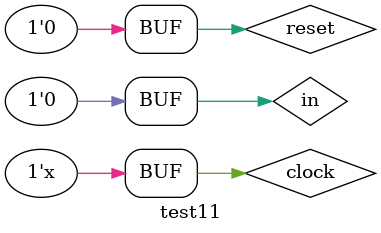
<source format=v>
module test11; 

reg clock, reset, in;
wire out;

  my_fsm U0 ( 
  .clock (clock),
  .reset (reset),
  .in    (in),
  .out  (out) 
  ); 
   
 
initial begin
  clock = 1;
  reset = 1;
  in = 0;
  $display("Starting simulation...");
  #2;
  reset = 0;
  #2;
  if (out !== 1'b0) $display("Failed 1"); 
  
  in = 1;
  #2;
  if (out !== 1'b0) $display("Failed 2");
  
  in = 0;  
  #2;
  if (out !== 1'b0) $display("Failed 3");
  
  in = 1;
  #2;
  if (out !== 1'b0) $display("Failed 4"); 
  
  in = 0;
  #2;
  if (out !== 1'b1) $display("Failed 5"); 
  
  #2; 
  if (out !== 1'b1) $display("Failed 6");  
  $display("Done...");
end 
  

always begin
   #1 clock = !clock;
end
   
endmodule
</source>
